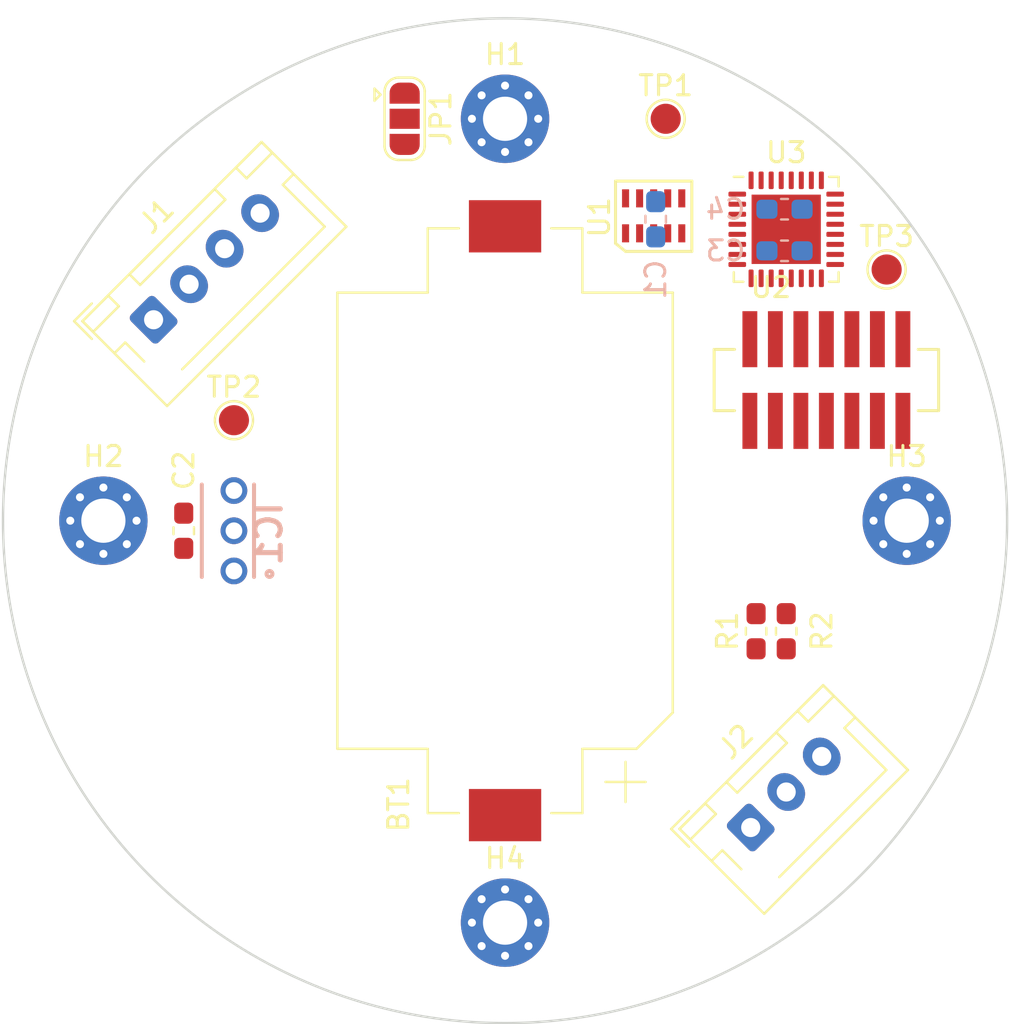
<source format=kicad_pcb>
(kicad_pcb (version 20171130) (host pcbnew 5.1.5)

  (general
    (thickness 1.6)
    (drawings 1)
    (tracks 0)
    (zones 0)
    (modules 21)
    (nets 42)
  )

  (page A4)
  (layers
    (0 F.Cu signal)
    (31 B.Cu signal)
    (32 B.Adhes user)
    (33 F.Adhes user)
    (34 B.Paste user)
    (35 F.Paste user)
    (36 B.SilkS user)
    (37 F.SilkS user)
    (38 B.Mask user)
    (39 F.Mask user)
    (40 Dwgs.User user)
    (41 Cmts.User user)
    (42 Eco1.User user)
    (43 Eco2.User user)
    (44 Edge.Cuts user)
    (45 Margin user)
    (46 B.CrtYd user)
    (47 F.CrtYd user)
    (48 B.Fab user)
    (49 F.Fab user)
  )

  (setup
    (last_trace_width 0.25)
    (trace_clearance 0.2)
    (zone_clearance 0.508)
    (zone_45_only no)
    (trace_min 0.1524)
    (via_size 0.8)
    (via_drill 0.4)
    (via_min_size 0.508)
    (via_min_drill 0.254)
    (uvia_size 0.3)
    (uvia_drill 0.1)
    (uvias_allowed no)
    (uvia_min_size 0.2)
    (uvia_min_drill 0.1)
    (edge_width 0.05)
    (segment_width 0.2)
    (pcb_text_width 0.3)
    (pcb_text_size 1.5 1.5)
    (mod_edge_width 0.12)
    (mod_text_size 1 1)
    (mod_text_width 0.15)
    (pad_size 1.524 1.524)
    (pad_drill 0.762)
    (pad_to_mask_clearance 0.051)
    (solder_mask_min_width 0.25)
    (aux_axis_origin 0 0)
    (grid_origin 74.54 465.22)
    (visible_elements FFFFFF7F)
    (pcbplotparams
      (layerselection 0x010fc_ffffffff)
      (usegerberextensions false)
      (usegerberattributes false)
      (usegerberadvancedattributes false)
      (creategerberjobfile false)
      (excludeedgelayer true)
      (linewidth 0.100000)
      (plotframeref false)
      (viasonmask false)
      (mode 1)
      (useauxorigin false)
      (hpglpennumber 1)
      (hpglpenspeed 20)
      (hpglpendiameter 15.000000)
      (psnegative false)
      (psa4output false)
      (plotreference true)
      (plotvalue true)
      (plotinvisibletext false)
      (padsonsilk false)
      (subtractmaskfromsilk false)
      (outputformat 1)
      (mirror false)
      (drillshape 1)
      (scaleselection 1)
      (outputdirectory ""))
  )

  (net 0 "")
  (net 1 VCC)
  (net 2 GND)
  (net 3 /oscillator)
  (net 4 /NRST)
  (net 5 /tsl237_freq)
  (net 6 /TX)
  (net 7 /RX)
  (net 8 /sensor_pwr)
  (net 9 /CLKOUT)
  (net 10 /SWDIO)
  (net 11 /SWDCLK)
  (net 12 /SWO)
  (net 13 "Net-(U2-Pad1)")
  (net 14 "Net-(U2-Pad2)")
  (net 15 "Net-(U2-Pad9)")
  (net 16 "Net-(U2-Pad10)")
  (net 17 "Net-(BT1-Pad1)")
  (net 18 "Net-(J1-Pad3)")
  (net 19 "Net-(J1-Pad2)")
  (net 20 "Net-(J1-Pad1)")
  (net 21 "Net-(J2-Pad3)")
  (net 22 "Net-(J2-Pad2)")
  (net 23 VDD)
  (net 24 "Net-(U1-Pad6)")
  (net 25 "Net-(U1-Pad10)")
  (net 26 "Net-(U3-Pad3)")
  (net 27 "Net-(U3-Pad7)")
  (net 28 "Net-(U3-Pad11)")
  (net 29 "Net-(U3-Pad12)")
  (net 30 "Net-(U3-Pad13)")
  (net 31 "Net-(U3-Pad14)")
  (net 32 "Net-(U3-Pad15)")
  (net 33 "Net-(U3-Pad19)")
  (net 34 "Net-(U3-Pad20)")
  (net 35 "Net-(U3-Pad21)")
  (net 36 "Net-(U3-Pad22)")
  (net 37 "Net-(U3-Pad25)")
  (net 38 "Net-(U3-Pad27)")
  (net 39 "Net-(U3-Pad28)")
  (net 40 "Net-(U3-Pad29)")
  (net 41 "Net-(U3-Pad30)")

  (net_class Default "This is the default net class."
    (clearance 0.2)
    (trace_width 0.25)
    (via_dia 0.8)
    (via_drill 0.4)
    (uvia_dia 0.3)
    (uvia_drill 0.1)
    (add_net /CLKOUT)
    (add_net /NRST)
    (add_net /RX)
    (add_net /SWDCLK)
    (add_net /SWDIO)
    (add_net /SWO)
    (add_net /TX)
    (add_net /oscillator)
    (add_net /sensor_pwr)
    (add_net /tsl237_freq)
    (add_net GND)
    (add_net "Net-(BT1-Pad1)")
    (add_net "Net-(J1-Pad1)")
    (add_net "Net-(J1-Pad2)")
    (add_net "Net-(J1-Pad3)")
    (add_net "Net-(J2-Pad2)")
    (add_net "Net-(J2-Pad3)")
    (add_net "Net-(U1-Pad10)")
    (add_net "Net-(U1-Pad6)")
    (add_net "Net-(U2-Pad1)")
    (add_net "Net-(U2-Pad10)")
    (add_net "Net-(U2-Pad2)")
    (add_net "Net-(U2-Pad9)")
    (add_net "Net-(U3-Pad11)")
    (add_net "Net-(U3-Pad12)")
    (add_net "Net-(U3-Pad13)")
    (add_net "Net-(U3-Pad14)")
    (add_net "Net-(U3-Pad15)")
    (add_net "Net-(U3-Pad19)")
    (add_net "Net-(U3-Pad20)")
    (add_net "Net-(U3-Pad21)")
    (add_net "Net-(U3-Pad22)")
    (add_net "Net-(U3-Pad25)")
    (add_net "Net-(U3-Pad27)")
    (add_net "Net-(U3-Pad28)")
    (add_net "Net-(U3-Pad29)")
    (add_net "Net-(U3-Pad3)")
    (add_net "Net-(U3-Pad30)")
    (add_net "Net-(U3-Pad7)")
    (add_net VCC)
    (add_net VDD)
  )

  (module e314_parts:TG-3541CE (layer F.Cu) (tedit 5D8111C4) (tstamp 5E8F89E8)
    (at 78.54 448.22 90)
    (path /5E86301E)
    (fp_text reference U1 (at -1.9 0.7 90) (layer F.SilkS)
      (effects (font (size 1 1) (thickness 0.15)))
    )
    (fp_text value TG-3541CE (at 0.2 -0.8 90) (layer F.Fab)
      (effects (font (size 1 1) (thickness 0.15)))
    )
    (fp_line (start -3.6 5.3) (end -3.6 2) (layer F.SilkS) (width 0.15))
    (fp_line (start -0.1 5.3) (end -3.6 5.3) (layer F.SilkS) (width 0.15))
    (fp_line (start -0.1 1.5) (end -0.1 5.3) (layer F.SilkS) (width 0.15))
    (fp_line (start -3.2 1.5) (end -0.1 1.5) (layer F.SilkS) (width 0.15))
    (fp_line (start -3.6 2) (end -3.2 1.5) (layer F.SilkS) (width 0.15))
    (pad 6 smd rect (at -0.96 4.8 90) (size 0.9 0.35) (layers F.Cu F.Paste F.Mask)
      (net 24 "Net-(U1-Pad6)"))
    (pad 5 smd rect (at -2.7 4.8 90) (size 0.9 0.35) (layers F.Cu F.Paste F.Mask)
      (net 2 GND))
    (pad 7 smd rect (at -0.96 4.1 90) (size 0.9 0.35) (layers F.Cu F.Paste F.Mask)
      (net 2 GND))
    (pad 4 smd rect (at -2.7 4.1 90) (size 0.9 0.35) (layers F.Cu F.Paste F.Mask)
      (net 3 /oscillator))
    (pad 8 smd rect (at -0.96 3.4 90) (size 0.9 0.35) (layers F.Cu F.Paste F.Mask)
      (net 2 GND))
    (pad 3 smd rect (at -2.7 3.4 90) (size 0.9 0.35) (layers F.Cu F.Paste F.Mask)
      (net 23 VDD))
    (pad 9 smd rect (at -0.96 2.7 90) (size 0.9 0.35) (layers F.Cu F.Paste F.Mask)
      (net 2 GND))
    (pad 2 smd rect (at -2.7 2.7 90) (size 0.9 0.35) (layers F.Cu F.Paste F.Mask)
      (net 23 VDD))
    (pad 10 smd rect (at -0.96 2 90) (size 0.9 0.35) (layers F.Cu F.Paste F.Mask)
      (net 25 "Net-(U1-Pad10)"))
    (pad 1 smd rect (at -2.7 2 90) (size 0.9 0.35) (layers F.Cu F.Paste F.Mask)
      (net 23 VDD))
  )

  (module TestPoint:TestPoint_Pad_D1.5mm (layer F.Cu) (tedit 5A0F774F) (tstamp 5E8F8D85)
    (at 93.54 452.72)
    (descr "SMD pad as test Point, diameter 1.5mm")
    (tags "test point SMD pad")
    (path /5E82CCF8)
    (attr virtual)
    (fp_text reference TP3 (at 0 -1.648) (layer F.SilkS)
      (effects (font (size 1 1) (thickness 0.15)))
    )
    (fp_text value TestPoint (at 0 1.75) (layer F.Fab)
      (effects (font (size 1 1) (thickness 0.15)))
    )
    (fp_circle (center 0 0) (end 0 0.95) (layer F.SilkS) (width 0.12))
    (fp_circle (center 0 0) (end 1.25 0) (layer F.CrtYd) (width 0.05))
    (fp_text user %R (at 0 -1.65) (layer F.Fab)
      (effects (font (size 1 1) (thickness 0.15)))
    )
    (pad 1 smd circle (at 0 0) (size 1.5 1.5) (layers F.Cu F.Mask)
      (net 9 /CLKOUT))
  )

  (module TestPoint:TestPoint_Pad_D1.5mm (layer F.Cu) (tedit 5A0F774F) (tstamp 5E8F8D70)
    (at 61.04 460.22)
    (descr "SMD pad as test Point, diameter 1.5mm")
    (tags "test point SMD pad")
    (path /5E8D6CDF)
    (attr virtual)
    (fp_text reference TP2 (at 0 -1.648) (layer F.SilkS)
      (effects (font (size 1 1) (thickness 0.15)))
    )
    (fp_text value TestPoint (at 0 1.75) (layer F.Fab)
      (effects (font (size 1 1) (thickness 0.15)))
    )
    (fp_circle (center 0 0) (end 0 0.95) (layer F.SilkS) (width 0.12))
    (fp_circle (center 0 0) (end 1.25 0) (layer F.CrtYd) (width 0.05))
    (fp_text user %R (at 0 -1.65) (layer F.Fab)
      (effects (font (size 1 1) (thickness 0.15)))
    )
    (pad 1 smd circle (at 0 0) (size 1.5 1.5) (layers F.Cu F.Mask)
      (net 5 /tsl237_freq))
  )

  (module TestPoint:TestPoint_Pad_D1.5mm (layer F.Cu) (tedit 5A0F774F) (tstamp 5E8F8D9A)
    (at 82.54 445.22)
    (descr "SMD pad as test Point, diameter 1.5mm")
    (tags "test point SMD pad")
    (path /5E8698B9)
    (attr virtual)
    (fp_text reference TP1 (at 0 -1.648) (layer F.SilkS)
      (effects (font (size 1 1) (thickness 0.15)))
    )
    (fp_text value TestPoint (at 0 1.75) (layer F.Fab)
      (effects (font (size 1 1) (thickness 0.15)))
    )
    (fp_circle (center 0 0) (end 0 0.95) (layer F.SilkS) (width 0.12))
    (fp_circle (center 0 0) (end 1.25 0) (layer F.CrtYd) (width 0.05))
    (fp_text user %R (at 0 -1.65) (layer F.Fab)
      (effects (font (size 1 1) (thickness 0.15)))
    )
    (pad 1 smd circle (at 0 0) (size 1.5 1.5) (layers F.Cu F.Mask)
      (net 3 /oscillator))
  )

  (module Resistor_SMD:R_0603_1608Metric_Pad1.05x0.95mm_HandSolder (layer F.Cu) (tedit 5B301BBD) (tstamp 5E8F8B18)
    (at 88.54 470.72 90)
    (descr "Resistor SMD 0603 (1608 Metric), square (rectangular) end terminal, IPC_7351 nominal with elongated pad for handsoldering. (Body size source: http://www.tortai-tech.com/upload/download/2011102023233369053.pdf), generated with kicad-footprint-generator")
    (tags "resistor handsolder")
    (path /5E8527B8)
    (attr smd)
    (fp_text reference R2 (at 0 1.770467 90) (layer F.SilkS)
      (effects (font (size 1 1) (thickness 0.15)))
    )
    (fp_text value 200 (at 3.3 -0.229533 90) (layer F.Fab)
      (effects (font (size 1 1) (thickness 0.15)))
    )
    (fp_text user %R (at 0 0 90) (layer F.Fab)
      (effects (font (size 0.4 0.4) (thickness 0.06)))
    )
    (fp_line (start 1.65 0.73) (end -1.65 0.73) (layer F.CrtYd) (width 0.05))
    (fp_line (start 1.65 -0.73) (end 1.65 0.73) (layer F.CrtYd) (width 0.05))
    (fp_line (start -1.65 -0.73) (end 1.65 -0.73) (layer F.CrtYd) (width 0.05))
    (fp_line (start -1.65 0.73) (end -1.65 -0.73) (layer F.CrtYd) (width 0.05))
    (fp_line (start -0.171267 0.51) (end 0.171267 0.51) (layer F.SilkS) (width 0.12))
    (fp_line (start -0.171267 -0.51) (end 0.171267 -0.51) (layer F.SilkS) (width 0.12))
    (fp_line (start 0.8 0.4) (end -0.8 0.4) (layer F.Fab) (width 0.1))
    (fp_line (start 0.8 -0.4) (end 0.8 0.4) (layer F.Fab) (width 0.1))
    (fp_line (start -0.8 -0.4) (end 0.8 -0.4) (layer F.Fab) (width 0.1))
    (fp_line (start -0.8 0.4) (end -0.8 -0.4) (layer F.Fab) (width 0.1))
    (pad 2 smd roundrect (at 0.875 0 90) (size 1.05 0.95) (layers F.Cu F.Paste F.Mask) (roundrect_rratio 0.25)
      (net 22 "Net-(J2-Pad2)"))
    (pad 1 smd roundrect (at -0.875 0 90) (size 1.05 0.95) (layers F.Cu F.Paste F.Mask) (roundrect_rratio 0.25)
      (net 7 /RX))
    (model ${KISYS3DMOD}/Resistor_SMD.3dshapes/R_0603_1608Metric.wrl
      (at (xyz 0 0 0))
      (scale (xyz 1 1 1))
      (rotate (xyz 0 0 0))
    )
  )

  (module Resistor_SMD:R_0603_1608Metric_Pad1.05x0.95mm_HandSolder (layer F.Cu) (tedit 5B301BBD) (tstamp 5E8F8C4D)
    (at 87.04 470.72 90)
    (descr "Resistor SMD 0603 (1608 Metric), square (rectangular) end terminal, IPC_7351 nominal with elongated pad for handsoldering. (Body size source: http://www.tortai-tech.com/upload/download/2011102023233369053.pdf), generated with kicad-footprint-generator")
    (tags "resistor handsolder")
    (path /5E851D02)
    (attr smd)
    (fp_text reference R1 (at 0 -1.43 90) (layer F.SilkS)
      (effects (font (size 1 1) (thickness 0.15)))
    )
    (fp_text value 200 (at 3.375 0 90) (layer F.Fab)
      (effects (font (size 1 1) (thickness 0.15)))
    )
    (fp_text user %R (at 0 0 90) (layer F.Fab)
      (effects (font (size 0.4 0.4) (thickness 0.06)))
    )
    (fp_line (start 1.65 0.73) (end -1.65 0.73) (layer F.CrtYd) (width 0.05))
    (fp_line (start 1.65 -0.73) (end 1.65 0.73) (layer F.CrtYd) (width 0.05))
    (fp_line (start -1.65 -0.73) (end 1.65 -0.73) (layer F.CrtYd) (width 0.05))
    (fp_line (start -1.65 0.73) (end -1.65 -0.73) (layer F.CrtYd) (width 0.05))
    (fp_line (start -0.171267 0.51) (end 0.171267 0.51) (layer F.SilkS) (width 0.12))
    (fp_line (start -0.171267 -0.51) (end 0.171267 -0.51) (layer F.SilkS) (width 0.12))
    (fp_line (start 0.8 0.4) (end -0.8 0.4) (layer F.Fab) (width 0.1))
    (fp_line (start 0.8 -0.4) (end 0.8 0.4) (layer F.Fab) (width 0.1))
    (fp_line (start -0.8 -0.4) (end 0.8 -0.4) (layer F.Fab) (width 0.1))
    (fp_line (start -0.8 0.4) (end -0.8 -0.4) (layer F.Fab) (width 0.1))
    (pad 2 smd roundrect (at 0.875 0 90) (size 1.05 0.95) (layers F.Cu F.Paste F.Mask) (roundrect_rratio 0.25)
      (net 21 "Net-(J2-Pad3)"))
    (pad 1 smd roundrect (at -0.875 0 90) (size 1.05 0.95) (layers F.Cu F.Paste F.Mask) (roundrect_rratio 0.25)
      (net 6 /TX))
    (model ${KISYS3DMOD}/Resistor_SMD.3dshapes/R_0603_1608Metric.wrl
      (at (xyz 0 0 0))
      (scale (xyz 1 1 1))
      (rotate (xyz 0 0 0))
    )
  )

  (module Jumper:SolderJumper-3_P1.3mm_Open_RoundedPad1.0x1.5mm (layer F.Cu) (tedit 5B391EB7) (tstamp 5E8F95DB)
    (at 69.54 445.22 270)
    (descr "SMD Solder 3-pad Jumper, 1x1.5mm rounded Pads, 0.3mm gap, open")
    (tags "solder jumper open")
    (path /5E89CECA)
    (attr virtual)
    (fp_text reference JP1 (at 0 -1.8 90) (layer F.SilkS)
      (effects (font (size 1 1) (thickness 0.15)))
    )
    (fp_text value Jumper_3_Open (at 0 1.9 90) (layer F.Fab)
      (effects (font (size 1 1) (thickness 0.15)))
    )
    (fp_arc (start -1.35 -0.3) (end -1.35 -1) (angle -90) (layer F.SilkS) (width 0.12))
    (fp_arc (start -1.35 0.3) (end -2.05 0.3) (angle -90) (layer F.SilkS) (width 0.12))
    (fp_arc (start 1.35 0.3) (end 1.35 1) (angle -90) (layer F.SilkS) (width 0.12))
    (fp_arc (start 1.35 -0.3) (end 2.05 -0.3) (angle -90) (layer F.SilkS) (width 0.12))
    (fp_line (start 2.3 1.25) (end -2.3 1.25) (layer F.CrtYd) (width 0.05))
    (fp_line (start 2.3 1.25) (end 2.3 -1.25) (layer F.CrtYd) (width 0.05))
    (fp_line (start -2.3 -1.25) (end -2.3 1.25) (layer F.CrtYd) (width 0.05))
    (fp_line (start -2.3 -1.25) (end 2.3 -1.25) (layer F.CrtYd) (width 0.05))
    (fp_line (start -1.4 -1) (end 1.4 -1) (layer F.SilkS) (width 0.12))
    (fp_line (start 2.05 -0.3) (end 2.05 0.3) (layer F.SilkS) (width 0.12))
    (fp_line (start 1.4 1) (end -1.4 1) (layer F.SilkS) (width 0.12))
    (fp_line (start -2.05 0.3) (end -2.05 -0.3) (layer F.SilkS) (width 0.12))
    (fp_line (start -1.2 1.2) (end -1.5 1.5) (layer F.SilkS) (width 0.12))
    (fp_line (start -1.5 1.5) (end -0.9 1.5) (layer F.SilkS) (width 0.12))
    (fp_line (start -1.2 1.2) (end -0.9 1.5) (layer F.SilkS) (width 0.12))
    (pad 2 smd rect (at 0 0 270) (size 1 1.5) (layers F.Cu F.Mask)
      (net 23 VDD))
    (pad 3 smd custom (at 1.3 0 270) (size 1 0.5) (layers F.Cu F.Mask)
      (net 19 "Net-(J1-Pad2)") (zone_connect 2)
      (options (clearance outline) (anchor rect))
      (primitives
        (gr_circle (center 0 0.25) (end 0.5 0.25) (width 0))
        (gr_circle (center 0 -0.25) (end 0.5 -0.25) (width 0))
        (gr_poly (pts
           (xy -0.55 -0.75) (xy 0 -0.75) (xy 0 0.75) (xy -0.55 0.75)) (width 0))
      ))
    (pad 1 smd custom (at -1.3 0 270) (size 1 0.5) (layers F.Cu F.Mask)
      (net 17 "Net-(BT1-Pad1)") (zone_connect 2)
      (options (clearance outline) (anchor rect))
      (primitives
        (gr_circle (center 0 0.25) (end 0.5 0.25) (width 0))
        (gr_circle (center 0 -0.25) (end 0.5 -0.25) (width 0))
        (gr_poly (pts
           (xy 0.55 -0.75) (xy 0 -0.75) (xy 0 0.75) (xy 0.55 0.75)) (width 0))
      ))
  )

  (module Connector_JST:JST_XH_B3B-XH-AM_1x03_P2.50mm_Vertical (layer F.Cu) (tedit 5C28146E) (tstamp 5E8F8D15)
    (at 86.772233 480.487767 45)
    (descr "JST XH series connector, B3B-XH-AM, with boss (http://www.jst-mfg.com/product/pdf/eng/eXH.pdf), generated with kicad-footprint-generator")
    (tags "connector JST XH vertical boss")
    (path /5E84A133)
    (fp_text reference J2 (at 2.5 -3.55 45) (layer F.SilkS)
      (effects (font (size 1 1) (thickness 0.15)))
    )
    (fp_text value Conn_01x03 (at 2.5 4.6 45) (layer F.Fab)
      (effects (font (size 1 1) (thickness 0.15)))
    )
    (fp_text user %R (at 2.5 2.7 45) (layer F.Fab)
      (effects (font (size 1 1) (thickness 0.15)))
    )
    (fp_line (start -2.85 -2.75) (end -2.85 -1.5) (layer F.SilkS) (width 0.12))
    (fp_line (start -1.6 -2.75) (end -2.85 -2.75) (layer F.SilkS) (width 0.12))
    (fp_line (start 6.8 2.75) (end 2.5 2.75) (layer F.SilkS) (width 0.12))
    (fp_line (start 6.8 -0.2) (end 6.8 2.75) (layer F.SilkS) (width 0.12))
    (fp_line (start 7.55 -0.2) (end 6.8 -0.2) (layer F.SilkS) (width 0.12))
    (fp_line (start 2.5 2.75) (end -0.74 2.75) (layer F.SilkS) (width 0.12))
    (fp_line (start -1.8 -0.2) (end -1.8 1.14) (layer F.SilkS) (width 0.12))
    (fp_line (start -2.55 -0.2) (end -1.8 -0.2) (layer F.SilkS) (width 0.12))
    (fp_line (start 7.55 -2.45) (end 5.75 -2.45) (layer F.SilkS) (width 0.12))
    (fp_line (start 7.55 -1.7) (end 7.55 -2.45) (layer F.SilkS) (width 0.12))
    (fp_line (start 5.75 -1.7) (end 7.55 -1.7) (layer F.SilkS) (width 0.12))
    (fp_line (start 5.75 -2.45) (end 5.75 -1.7) (layer F.SilkS) (width 0.12))
    (fp_line (start -0.75 -2.45) (end -2.55 -2.45) (layer F.SilkS) (width 0.12))
    (fp_line (start -0.75 -1.7) (end -0.75 -2.45) (layer F.SilkS) (width 0.12))
    (fp_line (start -2.55 -1.7) (end -0.75 -1.7) (layer F.SilkS) (width 0.12))
    (fp_line (start -2.55 -2.45) (end -2.55 -1.7) (layer F.SilkS) (width 0.12))
    (fp_line (start 4.25 -2.45) (end 0.75 -2.45) (layer F.SilkS) (width 0.12))
    (fp_line (start 4.25 -1.7) (end 4.25 -2.45) (layer F.SilkS) (width 0.12))
    (fp_line (start 0.75 -1.7) (end 4.25 -1.7) (layer F.SilkS) (width 0.12))
    (fp_line (start 0.75 -2.45) (end 0.75 -1.7) (layer F.SilkS) (width 0.12))
    (fp_line (start 0 -1.35) (end 0.625 -2.35) (layer F.Fab) (width 0.1))
    (fp_line (start -0.625 -2.35) (end 0 -1.35) (layer F.Fab) (width 0.1))
    (fp_line (start 7.95 -2.85) (end -2.95 -2.85) (layer F.CrtYd) (width 0.05))
    (fp_line (start 7.95 3.9) (end 7.95 -2.85) (layer F.CrtYd) (width 0.05))
    (fp_line (start -2.95 3.9) (end 7.95 3.9) (layer F.CrtYd) (width 0.05))
    (fp_line (start -2.95 -2.85) (end -2.95 3.9) (layer F.CrtYd) (width 0.05))
    (fp_line (start 7.56 -2.46) (end -2.56 -2.46) (layer F.SilkS) (width 0.12))
    (fp_line (start 7.56 3.51) (end 7.56 -2.46) (layer F.SilkS) (width 0.12))
    (fp_line (start -2.56 3.51) (end 7.56 3.51) (layer F.SilkS) (width 0.12))
    (fp_line (start -2.56 -2.46) (end -2.56 3.51) (layer F.SilkS) (width 0.12))
    (fp_line (start 7.45 -2.35) (end -2.45 -2.35) (layer F.Fab) (width 0.1))
    (fp_line (start 7.45 3.4) (end 7.45 -2.35) (layer F.Fab) (width 0.1))
    (fp_line (start -2.45 3.4) (end 7.45 3.4) (layer F.Fab) (width 0.1))
    (fp_line (start -2.45 -2.35) (end -2.45 3.4) (layer F.Fab) (width 0.1))
    (pad "" np_thru_hole circle (at -1.6 2 45) (size 1.2 1.2) (drill 1.2) (layers *.Cu *.Mask))
    (pad 3 thru_hole oval (at 5 0 45) (size 1.7 1.95) (drill 0.95) (layers *.Cu *.Mask)
      (net 21 "Net-(J2-Pad3)"))
    (pad 2 thru_hole oval (at 2.5 0 45) (size 1.7 1.95) (drill 0.95) (layers *.Cu *.Mask)
      (net 22 "Net-(J2-Pad2)"))
    (pad 1 thru_hole roundrect (at 0 0 45) (size 1.7 1.95) (drill 0.95) (layers *.Cu *.Mask) (roundrect_rratio 0.147059)
      (net 2 GND))
    (model ${KISYS3DMOD}/Connector_JST.3dshapes/JST_XH_B3B-XH-AM_1x03_P2.50mm_Vertical.wrl
      (at (xyz 0 0 0))
      (scale (xyz 1 1 1))
      (rotate (xyz 0 0 0))
    )
  )

  (module Connector_JST:JST_XH_B4B-XH-AM_1x04_P2.50mm_Vertical (layer F.Cu) (tedit 5C28146E) (tstamp 5E8F8B63)
    (at 57.04 455.22 45)
    (descr "JST XH series connector, B4B-XH-AM, with boss (http://www.jst-mfg.com/product/pdf/eng/eXH.pdf), generated with kicad-footprint-generator")
    (tags "connector JST XH vertical boss")
    (path /5E89649A)
    (fp_text reference J1 (at 3.75 -3.55 45) (layer F.SilkS)
      (effects (font (size 1 1) (thickness 0.15)))
    )
    (fp_text value Conn_01x04_Male (at 3.75 4.6 45) (layer F.Fab)
      (effects (font (size 1 1) (thickness 0.15)))
    )
    (fp_text user %R (at 3.75 2.7 45) (layer F.Fab)
      (effects (font (size 1 1) (thickness 0.15)))
    )
    (fp_line (start -2.85 -2.75) (end -2.85 -1.5) (layer F.SilkS) (width 0.12))
    (fp_line (start -1.6 -2.75) (end -2.85 -2.75) (layer F.SilkS) (width 0.12))
    (fp_line (start 9.3 2.75) (end 3.75 2.75) (layer F.SilkS) (width 0.12))
    (fp_line (start 9.3 -0.2) (end 9.3 2.75) (layer F.SilkS) (width 0.12))
    (fp_line (start 10.05 -0.2) (end 9.3 -0.2) (layer F.SilkS) (width 0.12))
    (fp_line (start 3.75 2.75) (end -0.74 2.75) (layer F.SilkS) (width 0.12))
    (fp_line (start -1.8 -0.2) (end -1.8 1.14) (layer F.SilkS) (width 0.12))
    (fp_line (start -2.55 -0.2) (end -1.8 -0.2) (layer F.SilkS) (width 0.12))
    (fp_line (start 10.05 -2.45) (end 8.25 -2.45) (layer F.SilkS) (width 0.12))
    (fp_line (start 10.05 -1.7) (end 10.05 -2.45) (layer F.SilkS) (width 0.12))
    (fp_line (start 8.25 -1.7) (end 10.05 -1.7) (layer F.SilkS) (width 0.12))
    (fp_line (start 8.25 -2.45) (end 8.25 -1.7) (layer F.SilkS) (width 0.12))
    (fp_line (start -0.75 -2.45) (end -2.55 -2.45) (layer F.SilkS) (width 0.12))
    (fp_line (start -0.75 -1.7) (end -0.75 -2.45) (layer F.SilkS) (width 0.12))
    (fp_line (start -2.55 -1.7) (end -0.75 -1.7) (layer F.SilkS) (width 0.12))
    (fp_line (start -2.55 -2.45) (end -2.55 -1.7) (layer F.SilkS) (width 0.12))
    (fp_line (start 6.75 -2.45) (end 0.75 -2.45) (layer F.SilkS) (width 0.12))
    (fp_line (start 6.75 -1.7) (end 6.75 -2.45) (layer F.SilkS) (width 0.12))
    (fp_line (start 0.75 -1.7) (end 6.75 -1.7) (layer F.SilkS) (width 0.12))
    (fp_line (start 0.75 -2.45) (end 0.75 -1.7) (layer F.SilkS) (width 0.12))
    (fp_line (start 0 -1.35) (end 0.625 -2.35) (layer F.Fab) (width 0.1))
    (fp_line (start -0.625 -2.35) (end 0 -1.35) (layer F.Fab) (width 0.1))
    (fp_line (start 10.45 -2.85) (end -2.95 -2.85) (layer F.CrtYd) (width 0.05))
    (fp_line (start 10.45 3.9) (end 10.45 -2.85) (layer F.CrtYd) (width 0.05))
    (fp_line (start -2.95 3.9) (end 10.45 3.9) (layer F.CrtYd) (width 0.05))
    (fp_line (start -2.95 -2.85) (end -2.95 3.9) (layer F.CrtYd) (width 0.05))
    (fp_line (start 10.06 -2.46) (end -2.56 -2.46) (layer F.SilkS) (width 0.12))
    (fp_line (start 10.06 3.51) (end 10.06 -2.46) (layer F.SilkS) (width 0.12))
    (fp_line (start -2.56 3.51) (end 10.06 3.51) (layer F.SilkS) (width 0.12))
    (fp_line (start -2.56 -2.46) (end -2.56 3.51) (layer F.SilkS) (width 0.12))
    (fp_line (start 9.95 -2.35) (end -2.45 -2.35) (layer F.Fab) (width 0.1))
    (fp_line (start 9.95 3.4) (end 9.95 -2.35) (layer F.Fab) (width 0.1))
    (fp_line (start -2.45 3.4) (end 9.95 3.4) (layer F.Fab) (width 0.1))
    (fp_line (start -2.45 -2.35) (end -2.45 3.4) (layer F.Fab) (width 0.1))
    (pad "" np_thru_hole circle (at -1.6 2 45) (size 1.2 1.2) (drill 1.2) (layers *.Cu *.Mask))
    (pad 4 thru_hole oval (at 7.5 0 45) (size 1.7 1.95) (drill 0.95) (layers *.Cu *.Mask)
      (net 2 GND))
    (pad 3 thru_hole oval (at 5 0 45) (size 1.7 1.95) (drill 0.95) (layers *.Cu *.Mask)
      (net 18 "Net-(J1-Pad3)"))
    (pad 2 thru_hole oval (at 2.5 0 45) (size 1.7 1.95) (drill 0.95) (layers *.Cu *.Mask)
      (net 19 "Net-(J1-Pad2)"))
    (pad 1 thru_hole roundrect (at 0 0 45) (size 1.7 1.95) (drill 0.95) (layers *.Cu *.Mask) (roundrect_rratio 0.147059)
      (net 20 "Net-(J1-Pad1)"))
    (model ${KISYS3DMOD}/Connector_JST.3dshapes/JST_XH_B4B-XH-AM_1x04_P2.50mm_Vertical.wrl
      (at (xyz 0 0 0))
      (scale (xyz 1 1 1))
      (rotate (xyz 0 0 0))
    )
  )

  (module e314_parts:TSL237S-LF (layer B.Cu) (tedit 0) (tstamp 5E8F8C21)
    (at 61.04 465.72 90)
    (descr TSL237S-LF)
    (tags "Integrated Circuit")
    (path /5E8CC1D2)
    (fp_text reference IC1 (at -0.151 1.731 270) (layer B.SilkS)
      (effects (font (size 1.27 1.27) (thickness 0.254)) (justify mirror))
    )
    (fp_text value TSL237S-LF (at -0.151 1.731 270) (layer B.SilkS) hide
      (effects (font (size 1.27 1.27) (thickness 0.254)) (justify mirror))
    )
    (fp_circle (center -2.149 1.77) (end -2.149 1.72313) (layer B.SilkS) (width 0.2))
    (fp_line (start 2.3 -1.6) (end -2.3 -1.6) (layer B.SilkS) (width 0.2))
    (fp_line (start -2.3 1) (end 2.3 1) (layer B.SilkS) (width 0.2))
    (fp_line (start -2.3 -1.6) (end -2.3 1) (layer B.Fab) (width 0.2))
    (fp_line (start 2.3 -1.6) (end -2.3 -1.6) (layer B.Fab) (width 0.2))
    (fp_line (start 2.3 1) (end 2.3 -1.6) (layer B.Fab) (width 0.2))
    (fp_line (start -2.3 1) (end 2.3 1) (layer B.Fab) (width 0.2))
    (fp_text user %R (at -0.151 1.731 270) (layer B.Fab)
      (effects (font (size 1.27 1.27) (thickness 0.254)) (justify mirror))
    )
    (pad 3 thru_hole circle (at 2 0 90) (size 1.33 1.33) (drill 0.83) (layers *.Cu *.Mask)
      (net 5 /tsl237_freq))
    (pad 2 thru_hole circle (at 0 0 90) (size 1.33 1.33) (drill 0.83) (layers *.Cu *.Mask)
      (net 8 /sensor_pwr))
    (pad 1 thru_hole circle (at -2 0 90) (size 1.33 1.33) (drill 0.83) (layers *.Cu *.Mask)
      (net 2 GND))
  )

  (module MountingHole:MountingHole_2.2mm_M2_Pad_Via (layer F.Cu) (tedit 56DDB9C7) (tstamp 5E8F8BF5)
    (at 74.54 485.22)
    (descr "Mounting Hole 2.2mm, M2")
    (tags "mounting hole 2.2mm m2")
    (path /5E85D041)
    (attr virtual)
    (fp_text reference H4 (at 0 -3.2) (layer F.SilkS)
      (effects (font (size 1 1) (thickness 0.15)))
    )
    (fp_text value MountingHole (at 0 3.2) (layer F.Fab)
      (effects (font (size 1 1) (thickness 0.15)))
    )
    (fp_circle (center 0 0) (end 2.45 0) (layer F.CrtYd) (width 0.05))
    (fp_circle (center 0 0) (end 2.2 0) (layer Cmts.User) (width 0.15))
    (fp_text user %R (at 0.3 0) (layer F.Fab)
      (effects (font (size 1 1) (thickness 0.15)))
    )
    (pad 1 thru_hole circle (at 1.166726 -1.166726) (size 0.7 0.7) (drill 0.4) (layers *.Cu *.Mask))
    (pad 1 thru_hole circle (at 0 -1.65) (size 0.7 0.7) (drill 0.4) (layers *.Cu *.Mask))
    (pad 1 thru_hole circle (at -1.166726 -1.166726) (size 0.7 0.7) (drill 0.4) (layers *.Cu *.Mask))
    (pad 1 thru_hole circle (at -1.65 0) (size 0.7 0.7) (drill 0.4) (layers *.Cu *.Mask))
    (pad 1 thru_hole circle (at -1.166726 1.166726) (size 0.7 0.7) (drill 0.4) (layers *.Cu *.Mask))
    (pad 1 thru_hole circle (at 0 1.65) (size 0.7 0.7) (drill 0.4) (layers *.Cu *.Mask))
    (pad 1 thru_hole circle (at 1.166726 1.166726) (size 0.7 0.7) (drill 0.4) (layers *.Cu *.Mask))
    (pad 1 thru_hole circle (at 1.65 0) (size 0.7 0.7) (drill 0.4) (layers *.Cu *.Mask))
    (pad 1 thru_hole circle (at 0 0) (size 4.4 4.4) (drill 2.2) (layers *.Cu *.Mask))
  )

  (module MountingHole:MountingHole_2.2mm_M2_Pad_Via (layer F.Cu) (tedit 56DDB9C7) (tstamp 5E8F8A1B)
    (at 94.54 465.22)
    (descr "Mounting Hole 2.2mm, M2")
    (tags "mounting hole 2.2mm m2")
    (path /5E85D4E6)
    (attr virtual)
    (fp_text reference H3 (at 0 -3.2) (layer F.SilkS)
      (effects (font (size 1 1) (thickness 0.15)))
    )
    (fp_text value MountingHole (at 0 3.2) (layer F.Fab)
      (effects (font (size 1 1) (thickness 0.15)))
    )
    (fp_circle (center 0 0) (end 2.45 0) (layer F.CrtYd) (width 0.05))
    (fp_circle (center 0 0) (end 2.2 0) (layer Cmts.User) (width 0.15))
    (fp_text user %R (at 0.3 0) (layer F.Fab)
      (effects (font (size 1 1) (thickness 0.15)))
    )
    (pad 1 thru_hole circle (at 1.166726 -1.166726) (size 0.7 0.7) (drill 0.4) (layers *.Cu *.Mask))
    (pad 1 thru_hole circle (at 0 -1.65) (size 0.7 0.7) (drill 0.4) (layers *.Cu *.Mask))
    (pad 1 thru_hole circle (at -1.166726 -1.166726) (size 0.7 0.7) (drill 0.4) (layers *.Cu *.Mask))
    (pad 1 thru_hole circle (at -1.65 0) (size 0.7 0.7) (drill 0.4) (layers *.Cu *.Mask))
    (pad 1 thru_hole circle (at -1.166726 1.166726) (size 0.7 0.7) (drill 0.4) (layers *.Cu *.Mask))
    (pad 1 thru_hole circle (at 0 1.65) (size 0.7 0.7) (drill 0.4) (layers *.Cu *.Mask))
    (pad 1 thru_hole circle (at 1.166726 1.166726) (size 0.7 0.7) (drill 0.4) (layers *.Cu *.Mask))
    (pad 1 thru_hole circle (at 1.65 0) (size 0.7 0.7) (drill 0.4) (layers *.Cu *.Mask))
    (pad 1 thru_hole circle (at 0 0) (size 4.4 4.4) (drill 2.2) (layers *.Cu *.Mask))
  )

  (module MountingHole:MountingHole_2.2mm_M2_Pad_Via (layer F.Cu) (tedit 56DDB9C7) (tstamp 5E8F8BC8)
    (at 54.54 465.22)
    (descr "Mounting Hole 2.2mm, M2")
    (tags "mounting hole 2.2mm m2")
    (path /5E85C9CB)
    (attr virtual)
    (fp_text reference H2 (at 0 -3.2) (layer F.SilkS)
      (effects (font (size 1 1) (thickness 0.15)))
    )
    (fp_text value MountingHole (at 0 3.2) (layer F.Fab)
      (effects (font (size 1 1) (thickness 0.15)))
    )
    (fp_circle (center 0 0) (end 2.45 0) (layer F.CrtYd) (width 0.05))
    (fp_circle (center 0 0) (end 2.2 0) (layer Cmts.User) (width 0.15))
    (fp_text user %R (at 0.3 0) (layer F.Fab)
      (effects (font (size 1 1) (thickness 0.15)))
    )
    (pad 1 thru_hole circle (at 1.166726 -1.166726) (size 0.7 0.7) (drill 0.4) (layers *.Cu *.Mask))
    (pad 1 thru_hole circle (at 0 -1.65) (size 0.7 0.7) (drill 0.4) (layers *.Cu *.Mask))
    (pad 1 thru_hole circle (at -1.166726 -1.166726) (size 0.7 0.7) (drill 0.4) (layers *.Cu *.Mask))
    (pad 1 thru_hole circle (at -1.65 0) (size 0.7 0.7) (drill 0.4) (layers *.Cu *.Mask))
    (pad 1 thru_hole circle (at -1.166726 1.166726) (size 0.7 0.7) (drill 0.4) (layers *.Cu *.Mask))
    (pad 1 thru_hole circle (at 0 1.65) (size 0.7 0.7) (drill 0.4) (layers *.Cu *.Mask))
    (pad 1 thru_hole circle (at 1.166726 1.166726) (size 0.7 0.7) (drill 0.4) (layers *.Cu *.Mask))
    (pad 1 thru_hole circle (at 1.65 0) (size 0.7 0.7) (drill 0.4) (layers *.Cu *.Mask))
    (pad 1 thru_hole circle (at 0 0) (size 4.4 4.4) (drill 2.2) (layers *.Cu *.Mask))
  )

  (module MountingHole:MountingHole_2.2mm_M2_Pad_Via (layer F.Cu) (tedit 56DDB9C7) (tstamp 5E8F8DB7)
    (at 74.54 445.22)
    (descr "Mounting Hole 2.2mm, M2")
    (tags "mounting hole 2.2mm m2")
    (path /5E85D7F6)
    (attr virtual)
    (fp_text reference H1 (at 0 -3.2) (layer F.SilkS)
      (effects (font (size 1 1) (thickness 0.15)))
    )
    (fp_text value MountingHole (at 0 3.2) (layer F.Fab)
      (effects (font (size 1 1) (thickness 0.15)))
    )
    (fp_circle (center 0 0) (end 2.45 0) (layer F.CrtYd) (width 0.05))
    (fp_circle (center 0 0) (end 2.2 0) (layer Cmts.User) (width 0.15))
    (fp_text user %R (at 0.3 0) (layer F.Fab)
      (effects (font (size 1 1) (thickness 0.15)))
    )
    (pad 1 thru_hole circle (at 1.166726 -1.166726) (size 0.7 0.7) (drill 0.4) (layers *.Cu *.Mask))
    (pad 1 thru_hole circle (at 0 -1.65) (size 0.7 0.7) (drill 0.4) (layers *.Cu *.Mask))
    (pad 1 thru_hole circle (at -1.166726 -1.166726) (size 0.7 0.7) (drill 0.4) (layers *.Cu *.Mask))
    (pad 1 thru_hole circle (at -1.65 0) (size 0.7 0.7) (drill 0.4) (layers *.Cu *.Mask))
    (pad 1 thru_hole circle (at -1.166726 1.166726) (size 0.7 0.7) (drill 0.4) (layers *.Cu *.Mask))
    (pad 1 thru_hole circle (at 0 1.65) (size 0.7 0.7) (drill 0.4) (layers *.Cu *.Mask))
    (pad 1 thru_hole circle (at 1.166726 1.166726) (size 0.7 0.7) (drill 0.4) (layers *.Cu *.Mask))
    (pad 1 thru_hole circle (at 1.65 0) (size 0.7 0.7) (drill 0.4) (layers *.Cu *.Mask))
    (pad 1 thru_hole circle (at 0 0) (size 4.4 4.4) (drill 2.2) (layers *.Cu *.Mask))
  )

  (module Capacitor_SMD:C_0603_1608Metric_Pad1.05x0.95mm_HandSolder (layer F.Cu) (tedit 5B301BBE) (tstamp 5E8FB6B9)
    (at 58.54 465.72 270)
    (descr "Capacitor SMD 0603 (1608 Metric), square (rectangular) end terminal, IPC_7351 nominal with elongated pad for handsoldering. (Body size source: http://www.tortai-tech.com/upload/download/2011102023233369053.pdf), generated with kicad-footprint-generator")
    (tags "capacitor handsolder")
    (path /5E8D5149)
    (attr smd)
    (fp_text reference C2 (at -3 0 270) (layer F.SilkS)
      (effects (font (size 1 1) (thickness 0.15)))
    )
    (fp_text value 1uF (at 0 -1.5 270) (layer F.Fab)
      (effects (font (size 1 1) (thickness 0.15)))
    )
    (fp_text user %R (at 0 0 270) (layer F.Fab)
      (effects (font (size 0.4 0.4) (thickness 0.06)))
    )
    (fp_line (start 1.65 0.73) (end -1.65 0.73) (layer F.CrtYd) (width 0.05))
    (fp_line (start 1.65 -0.73) (end 1.65 0.73) (layer F.CrtYd) (width 0.05))
    (fp_line (start -1.65 -0.73) (end 1.65 -0.73) (layer F.CrtYd) (width 0.05))
    (fp_line (start -1.65 0.73) (end -1.65 -0.73) (layer F.CrtYd) (width 0.05))
    (fp_line (start -0.171267 0.51) (end 0.171267 0.51) (layer F.SilkS) (width 0.12))
    (fp_line (start -0.171267 -0.51) (end 0.171267 -0.51) (layer F.SilkS) (width 0.12))
    (fp_line (start 0.8 0.4) (end -0.8 0.4) (layer F.Fab) (width 0.1))
    (fp_line (start 0.8 -0.4) (end 0.8 0.4) (layer F.Fab) (width 0.1))
    (fp_line (start -0.8 -0.4) (end 0.8 -0.4) (layer F.Fab) (width 0.1))
    (fp_line (start -0.8 0.4) (end -0.8 -0.4) (layer F.Fab) (width 0.1))
    (pad 2 smd roundrect (at 0.875 0 270) (size 1.05 0.95) (layers F.Cu F.Paste F.Mask) (roundrect_rratio 0.25)
      (net 2 GND))
    (pad 1 smd roundrect (at -0.875 0 270) (size 1.05 0.95) (layers F.Cu F.Paste F.Mask) (roundrect_rratio 0.25)
      (net 1 VCC))
    (model ${KISYS3DMOD}/Capacitor_SMD.3dshapes/C_0603_1608Metric.wrl
      (at (xyz 0 0 0))
      (scale (xyz 1 1 1))
      (rotate (xyz 0 0 0))
    )
  )

  (module Capacitor_SMD:C_0603_1608Metric_Pad1.05x0.95mm_HandSolder (layer B.Cu) (tedit 5B301BBE) (tstamp 5E8FB784)
    (at 82.04 450.22 90)
    (descr "Capacitor SMD 0603 (1608 Metric), square (rectangular) end terminal, IPC_7351 nominal with elongated pad for handsoldering. (Body size source: http://www.tortai-tech.com/upload/download/2011102023233369053.pdf), generated with kicad-footprint-generator")
    (tags "capacitor handsolder")
    (path /5E87DA6C)
    (attr smd)
    (fp_text reference C1 (at -3 0 90) (layer B.SilkS)
      (effects (font (size 1 1) (thickness 0.15)) (justify mirror))
    )
    (fp_text value 0.1uF (at 0 -1.43 90) (layer B.Fab)
      (effects (font (size 1 1) (thickness 0.15)) (justify mirror))
    )
    (fp_text user %R (at 0 0 90) (layer B.Fab)
      (effects (font (size 0.4 0.4) (thickness 0.06)) (justify mirror))
    )
    (fp_line (start 1.65 -0.73) (end -1.65 -0.73) (layer B.CrtYd) (width 0.05))
    (fp_line (start 1.65 0.73) (end 1.65 -0.73) (layer B.CrtYd) (width 0.05))
    (fp_line (start -1.65 0.73) (end 1.65 0.73) (layer B.CrtYd) (width 0.05))
    (fp_line (start -1.65 -0.73) (end -1.65 0.73) (layer B.CrtYd) (width 0.05))
    (fp_line (start -0.171267 -0.51) (end 0.171267 -0.51) (layer B.SilkS) (width 0.12))
    (fp_line (start -0.171267 0.51) (end 0.171267 0.51) (layer B.SilkS) (width 0.12))
    (fp_line (start 0.8 -0.4) (end -0.8 -0.4) (layer B.Fab) (width 0.1))
    (fp_line (start 0.8 0.4) (end 0.8 -0.4) (layer B.Fab) (width 0.1))
    (fp_line (start -0.8 0.4) (end 0.8 0.4) (layer B.Fab) (width 0.1))
    (fp_line (start -0.8 -0.4) (end -0.8 0.4) (layer B.Fab) (width 0.1))
    (pad 2 smd roundrect (at 0.875 0 90) (size 1.05 0.95) (layers B.Cu B.Paste B.Mask) (roundrect_rratio 0.25)
      (net 2 GND))
    (pad 1 smd roundrect (at -0.875 0 90) (size 1.05 0.95) (layers B.Cu B.Paste B.Mask) (roundrect_rratio 0.25)
      (net 1 VCC))
    (model ${KISYS3DMOD}/Capacitor_SMD.3dshapes/C_0603_1608Metric.wrl
      (at (xyz 0 0 0))
      (scale (xyz 1 1 1))
      (rotate (xyz 0 0 0))
    )
  )

  (module Battery:BatteryHolder_Keystone_1060_1x2032 (layer F.Cu) (tedit 5B98EF5E) (tstamp 5E8FB1B8)
    (at 74.54 465.22 90)
    (descr http://www.keyelco.com/product-pdf.cfm?p=726)
    (tags "CR2032 BR2032 BatteryHolder Battery")
    (path /5E8A43C8)
    (attr smd)
    (fp_text reference BT1 (at -14.125 -5.3 90) (layer F.SilkS)
      (effects (font (size 1 1) (thickness 0.15)))
    )
    (fp_text value Battery_Cell (at 0 -11.75 90) (layer F.Fab)
      (effects (font (size 1 1) (thickness 0.15)))
    )
    (fp_line (start -12 6) (end -14 6) (layer F.SilkS) (width 0.12))
    (fp_line (start -13 5) (end -13 7) (layer F.SilkS) (width 0.12))
    (fp_text user %R (at 0 0 90) (layer F.Fab)
      (effects (font (size 1 1) (thickness 0.15)))
    )
    (fp_line (start 11.5 -8.5) (end 6.5 -8.5) (layer F.CrtYd) (width 0.05))
    (fp_arc (start 0 0) (end 6.5 -8.5) (angle -74.81070976) (layer F.CrtYd) (width 0.05))
    (fp_line (start 11.5 4) (end 11.5 8.5) (layer F.CrtYd) (width 0.05))
    (fp_line (start 14.7 4) (end 11.5 4) (layer F.CrtYd) (width 0.05))
    (fp_line (start 14.7 2.3) (end 14.7 4) (layer F.CrtYd) (width 0.05))
    (fp_line (start 16.45 2.3) (end 14.7 2.3) (layer F.CrtYd) (width 0.05))
    (fp_line (start 16.45 -2.3) (end 16.45 2.3) (layer F.CrtYd) (width 0.05))
    (fp_line (start 14.7 -2.3) (end 16.45 -2.3) (layer F.CrtYd) (width 0.05))
    (fp_line (start 14.7 -4) (end 14.7 -2.3) (layer F.CrtYd) (width 0.05))
    (fp_line (start 11.5 -4) (end 14.7 -4) (layer F.CrtYd) (width 0.05))
    (fp_line (start 11.5 -8.5) (end 11.5 -4) (layer F.CrtYd) (width 0.05))
    (fp_line (start -11.5 -8.5) (end -6.5 -8.5) (layer F.CrtYd) (width 0.05))
    (fp_line (start -11.5 -4) (end -11.5 -8.5) (layer F.CrtYd) (width 0.05))
    (fp_line (start -14.7 -4) (end -11.5 -4) (layer F.CrtYd) (width 0.05))
    (fp_line (start -14.7 -2.3) (end -14.7 -4) (layer F.CrtYd) (width 0.05))
    (fp_line (start -14.7 -2.3) (end -16.45 -2.3) (layer F.CrtYd) (width 0.05))
    (fp_line (start -16.45 2.3) (end -16.45 -2.3) (layer F.CrtYd) (width 0.05))
    (fp_line (start -14.7 2.3) (end -16.45 2.3) (layer F.CrtYd) (width 0.05))
    (fp_line (start -14.7 4) (end -14.7 2.3) (layer F.CrtYd) (width 0.05))
    (fp_line (start -14.7 4) (end -11.5 4) (layer F.CrtYd) (width 0.05))
    (fp_line (start -11.5 4) (end -11.5 8.5) (layer F.CrtYd) (width 0.05))
    (fp_line (start -6.5 8.5) (end -11.5 8.5) (layer F.CrtYd) (width 0.05))
    (fp_line (start 11.5 8.5) (end 6.5 8.5) (layer F.CrtYd) (width 0.05))
    (fp_arc (start 0 0) (end -6.5 8.5) (angle -74.81070976) (layer F.CrtYd) (width 0.05))
    (fp_line (start 11.35 -8.35) (end 11.35 -3.85) (layer F.SilkS) (width 0.12))
    (fp_line (start -11.35 -8.35) (end -11.35 -3.85) (layer F.SilkS) (width 0.12))
    (fp_line (start -11.35 -8.35) (end 11.35 -8.35) (layer F.SilkS) (width 0.12))
    (fp_line (start 14.55 -3.85) (end 14.55 -2.3) (layer F.SilkS) (width 0.12))
    (fp_line (start 11.35 -3.85) (end 14.55 -3.85) (layer F.SilkS) (width 0.12))
    (fp_line (start -14.55 -3.85) (end -14.55 -2.3) (layer F.SilkS) (width 0.12))
    (fp_line (start -11.35 -3.85) (end -14.55 -3.85) (layer F.SilkS) (width 0.12))
    (fp_line (start -14.55 3.85) (end -14.55 2.3) (layer F.SilkS) (width 0.12))
    (fp_line (start -11.35 3.85) (end -14.55 3.85) (layer F.SilkS) (width 0.12))
    (fp_line (start -9.55 8.35) (end -11.35 6.55) (layer F.SilkS) (width 0.12))
    (fp_line (start -11.35 6.55) (end -11.35 3.85) (layer F.SilkS) (width 0.12))
    (fp_line (start 11.35 8.35) (end -9.55 8.35) (layer F.SilkS) (width 0.12))
    (fp_line (start 11.35 8.35) (end 11.35 3.85) (layer F.SilkS) (width 0.12))
    (fp_line (start 14.55 3.85) (end 14.55 2.3) (layer F.SilkS) (width 0.12))
    (fp_line (start 11.35 3.85) (end 14.55 3.85) (layer F.SilkS) (width 0.12))
    (fp_line (start -9.4 8) (end -11 6.4) (layer F.Fab) (width 0.1))
    (fp_line (start 14.2 -3.5) (end 11 -3.5) (layer F.Fab) (width 0.1))
    (fp_line (start 14.2 3.5) (end 14.2 -3.5) (layer F.Fab) (width 0.1))
    (fp_line (start 11 3.5) (end 14.2 3.5) (layer F.Fab) (width 0.1))
    (fp_line (start -14.2 -3.5) (end -11 -3.5) (layer F.Fab) (width 0.1))
    (fp_line (start -14.2 3.5) (end -14.2 -3.5) (layer F.Fab) (width 0.1))
    (fp_line (start -11 3.5) (end -14.2 3.5) (layer F.Fab) (width 0.1))
    (fp_line (start -11 6.4) (end -11 3.5) (layer F.Fab) (width 0.1))
    (fp_line (start -11 -8) (end -11 -3.5) (layer F.Fab) (width 0.1))
    (fp_line (start 11 -8) (end 11 -3.5) (layer F.Fab) (width 0.1))
    (fp_line (start 11 8) (end 11 3.5) (layer F.Fab) (width 0.1))
    (fp_line (start 11 -8) (end -11 -8) (layer F.Fab) (width 0.1))
    (fp_line (start 11 8) (end -9.4 8) (layer F.Fab) (width 0.1))
    (fp_circle (center 0 0) (end -10.2 0) (layer Dwgs.User) (width 0.3))
    (pad 1 smd rect (at -14.65 0 270) (size 2.6 3.6) (layers F.Cu F.Paste F.Mask)
      (net 17 "Net-(BT1-Pad1)"))
    (pad 2 smd rect (at 14.65 0 270) (size 2.6 3.6) (layers F.Cu F.Paste F.Mask)
      (net 2 GND))
    (model ${KISYS3DMOD}/Battery.3dshapes/BatteryHolder_Keystone_1060_1x2032.wrl
      (at (xyz 0 0 0))
      (scale (xyz 1 1 1))
      (rotate (xyz 0 0 0))
    )
  )

  (module Capacitor_SMD:C_0603_1608Metric_Pad1.05x0.95mm_HandSolder (layer B.Cu) (tedit 5B301BBE) (tstamp 5E8F8A88)
    (at 88.455 451.79)
    (descr "Capacitor SMD 0603 (1608 Metric), square (rectangular) end terminal, IPC_7351 nominal with elongated pad for handsoldering. (Body size source: http://www.tortai-tech.com/upload/download/2011102023233369053.pdf), generated with kicad-footprint-generator")
    (tags "capacitor handsolder")
    (path /5E666610)
    (attr smd)
    (fp_text reference C3 (at -2.935 0) (layer B.SilkS)
      (effects (font (size 1 1) (thickness 0.15)) (justify mirror))
    )
    (fp_text value 0.1uF (at 0 1.43) (layer B.Fab)
      (effects (font (size 1 1) (thickness 0.15)) (justify mirror))
    )
    (fp_line (start -0.8 -0.4) (end -0.8 0.4) (layer B.Fab) (width 0.1))
    (fp_line (start -0.8 0.4) (end 0.8 0.4) (layer B.Fab) (width 0.1))
    (fp_line (start 0.8 0.4) (end 0.8 -0.4) (layer B.Fab) (width 0.1))
    (fp_line (start 0.8 -0.4) (end -0.8 -0.4) (layer B.Fab) (width 0.1))
    (fp_line (start -0.171267 0.51) (end 0.171267 0.51) (layer B.SilkS) (width 0.12))
    (fp_line (start -0.171267 -0.51) (end 0.171267 -0.51) (layer B.SilkS) (width 0.12))
    (fp_line (start -1.65 -0.73) (end -1.65 0.73) (layer B.CrtYd) (width 0.05))
    (fp_line (start -1.65 0.73) (end 1.65 0.73) (layer B.CrtYd) (width 0.05))
    (fp_line (start 1.65 0.73) (end 1.65 -0.73) (layer B.CrtYd) (width 0.05))
    (fp_line (start 1.65 -0.73) (end -1.65 -0.73) (layer B.CrtYd) (width 0.05))
    (fp_text user %R (at 0 0) (layer B.Fab)
      (effects (font (size 0.4 0.4) (thickness 0.06)) (justify mirror))
    )
    (pad 1 smd roundrect (at -0.875 0) (size 1.05 0.95) (layers B.Cu B.Paste B.Mask) (roundrect_rratio 0.25)
      (net 1 VCC))
    (pad 2 smd roundrect (at 0.875 0) (size 1.05 0.95) (layers B.Cu B.Paste B.Mask) (roundrect_rratio 0.25)
      (net 2 GND))
    (model ${KISYS3DMOD}/Capacitor_SMD.3dshapes/C_0603_1608Metric.wrl
      (at (xyz 0 0 0))
      (scale (xyz 1 1 1))
      (rotate (xyz 0 0 0))
    )
  )

  (module Capacitor_SMD:C_0603_1608Metric_Pad1.05x0.95mm_HandSolder (layer B.Cu) (tedit 5B301BBE) (tstamp 5E8F8AE8)
    (at 88.455 449.72)
    (descr "Capacitor SMD 0603 (1608 Metric), square (rectangular) end terminal, IPC_7351 nominal with elongated pad for handsoldering. (Body size source: http://www.tortai-tech.com/upload/download/2011102023233369053.pdf), generated with kicad-footprint-generator")
    (tags "capacitor handsolder")
    (path /5E6698E7)
    (attr smd)
    (fp_text reference C4 (at -2.935 0) (layer B.SilkS)
      (effects (font (size 1 1) (thickness 0.15)) (justify mirror))
    )
    (fp_text value 1uF (at 0 -1.43) (layer B.Fab)
      (effects (font (size 1 1) (thickness 0.15)) (justify mirror))
    )
    (fp_line (start -0.8 -0.4) (end -0.8 0.4) (layer B.Fab) (width 0.1))
    (fp_line (start -0.8 0.4) (end 0.8 0.4) (layer B.Fab) (width 0.1))
    (fp_line (start 0.8 0.4) (end 0.8 -0.4) (layer B.Fab) (width 0.1))
    (fp_line (start 0.8 -0.4) (end -0.8 -0.4) (layer B.Fab) (width 0.1))
    (fp_line (start -0.171267 0.51) (end 0.171267 0.51) (layer B.SilkS) (width 0.12))
    (fp_line (start -0.171267 -0.51) (end 0.171267 -0.51) (layer B.SilkS) (width 0.12))
    (fp_line (start -1.65 -0.73) (end -1.65 0.73) (layer B.CrtYd) (width 0.05))
    (fp_line (start -1.65 0.73) (end 1.65 0.73) (layer B.CrtYd) (width 0.05))
    (fp_line (start 1.65 0.73) (end 1.65 -0.73) (layer B.CrtYd) (width 0.05))
    (fp_line (start 1.65 -0.73) (end -1.65 -0.73) (layer B.CrtYd) (width 0.05))
    (fp_text user %R (at 0 0) (layer B.Fab)
      (effects (font (size 0.4 0.4) (thickness 0.06)) (justify mirror))
    )
    (pad 1 smd roundrect (at -0.875 0) (size 1.05 0.95) (layers B.Cu B.Paste B.Mask) (roundrect_rratio 0.25)
      (net 1 VCC))
    (pad 2 smd roundrect (at 0.875 0) (size 1.05 0.95) (layers B.Cu B.Paste B.Mask) (roundrect_rratio 0.25)
      (net 2 GND))
    (model ${KISYS3DMOD}/Capacitor_SMD.3dshapes/C_0603_1608Metric.wrl
      (at (xyz 0 0 0))
      (scale (xyz 1 1 1))
      (rotate (xyz 0 0 0))
    )
  )

  (module Package_DFN_QFN:QFN-32-1EP_5x5mm_P0.5mm_EP3.45x3.45mm (layer F.Cu) (tedit 5DC5F6A4) (tstamp 5E8F9A57)
    (at 88.54 450.72)
    (descr "QFN, 32 Pin (http://www.analog.com/media/en/package-pcb-resources/package/pkg_pdf/ltc-legacy-qfn/QFN_32_05-08-1693.pdf), generated with kicad-footprint-generator ipc_noLead_generator.py")
    (tags "QFN NoLead")
    (path /5E66D899)
    (attr smd)
    (fp_text reference U3 (at 0 -3.82) (layer F.SilkS)
      (effects (font (size 1 1) (thickness 0.15)))
    )
    (fp_text value STM32L432KCUx (at 0 5.08) (layer F.Fab)
      (effects (font (size 1 1) (thickness 0.15)))
    )
    (fp_line (start 2.135 -2.61) (end 2.61 -2.61) (layer F.SilkS) (width 0.12))
    (fp_line (start 2.61 -2.61) (end 2.61 -2.135) (layer F.SilkS) (width 0.12))
    (fp_line (start -2.135 2.61) (end -2.61 2.61) (layer F.SilkS) (width 0.12))
    (fp_line (start -2.61 2.61) (end -2.61 2.135) (layer F.SilkS) (width 0.12))
    (fp_line (start 2.135 2.61) (end 2.61 2.61) (layer F.SilkS) (width 0.12))
    (fp_line (start 2.61 2.61) (end 2.61 2.135) (layer F.SilkS) (width 0.12))
    (fp_line (start -2.135 -2.61) (end -2.61 -2.61) (layer F.SilkS) (width 0.12))
    (fp_line (start -1.5 -2.5) (end 2.5 -2.5) (layer F.Fab) (width 0.1))
    (fp_line (start 2.5 -2.5) (end 2.5 2.5) (layer F.Fab) (width 0.1))
    (fp_line (start 2.5 2.5) (end -2.5 2.5) (layer F.Fab) (width 0.1))
    (fp_line (start -2.5 2.5) (end -2.5 -1.5) (layer F.Fab) (width 0.1))
    (fp_line (start -2.5 -1.5) (end -1.5 -2.5) (layer F.Fab) (width 0.1))
    (fp_line (start -3.12 -3.12) (end -3.12 3.12) (layer F.CrtYd) (width 0.05))
    (fp_line (start -3.12 3.12) (end 3.12 3.12) (layer F.CrtYd) (width 0.05))
    (fp_line (start 3.12 3.12) (end 3.12 -3.12) (layer F.CrtYd) (width 0.05))
    (fp_line (start 3.12 -3.12) (end -3.12 -3.12) (layer F.CrtYd) (width 0.05))
    (fp_text user %R (at 0 0) (layer F.Fab)
      (effects (font (size 1 1) (thickness 0.15)))
    )
    (pad 1 smd roundrect (at -2.4375 -1.75) (size 0.875 0.25) (layers F.Cu F.Paste F.Mask) (roundrect_rratio 0.25)
      (net 1 VCC))
    (pad 2 smd roundrect (at -2.4375 -1.25) (size 0.875 0.25) (layers F.Cu F.Paste F.Mask) (roundrect_rratio 0.25)
      (net 3 /oscillator))
    (pad 3 smd roundrect (at -2.4375 -0.75) (size 0.875 0.25) (layers F.Cu F.Paste F.Mask) (roundrect_rratio 0.25)
      (net 26 "Net-(U3-Pad3)"))
    (pad 4 smd roundrect (at -2.4375 -0.25) (size 0.875 0.25) (layers F.Cu F.Paste F.Mask) (roundrect_rratio 0.25)
      (net 4 /NRST))
    (pad 5 smd roundrect (at -2.4375 0.25) (size 0.875 0.25) (layers F.Cu F.Paste F.Mask) (roundrect_rratio 0.25)
      (net 1 VCC))
    (pad 6 smd roundrect (at -2.4375 0.75) (size 0.875 0.25) (layers F.Cu F.Paste F.Mask) (roundrect_rratio 0.25)
      (net 5 /tsl237_freq))
    (pad 7 smd roundrect (at -2.4375 1.25) (size 0.875 0.25) (layers F.Cu F.Paste F.Mask) (roundrect_rratio 0.25)
      (net 27 "Net-(U3-Pad7)"))
    (pad 8 smd roundrect (at -2.4375 1.75) (size 0.875 0.25) (layers F.Cu F.Paste F.Mask) (roundrect_rratio 0.25)
      (net 6 /TX))
    (pad 9 smd roundrect (at -1.75 2.4375) (size 0.25 0.875) (layers F.Cu F.Paste F.Mask) (roundrect_rratio 0.25)
      (net 7 /RX))
    (pad 10 smd roundrect (at -1.25 2.4375) (size 0.25 0.875) (layers F.Cu F.Paste F.Mask) (roundrect_rratio 0.25)
      (net 8 /sensor_pwr))
    (pad 11 smd roundrect (at -0.75 2.4375) (size 0.25 0.875) (layers F.Cu F.Paste F.Mask) (roundrect_rratio 0.25)
      (net 28 "Net-(U3-Pad11)"))
    (pad 12 smd roundrect (at -0.25 2.4375) (size 0.25 0.875) (layers F.Cu F.Paste F.Mask) (roundrect_rratio 0.25)
      (net 29 "Net-(U3-Pad12)"))
    (pad 13 smd roundrect (at 0.25 2.4375) (size 0.25 0.875) (layers F.Cu F.Paste F.Mask) (roundrect_rratio 0.25)
      (net 30 "Net-(U3-Pad13)"))
    (pad 14 smd roundrect (at 0.75 2.4375) (size 0.25 0.875) (layers F.Cu F.Paste F.Mask) (roundrect_rratio 0.25)
      (net 31 "Net-(U3-Pad14)"))
    (pad 15 smd roundrect (at 1.25 2.4375) (size 0.25 0.875) (layers F.Cu F.Paste F.Mask) (roundrect_rratio 0.25)
      (net 32 "Net-(U3-Pad15)"))
    (pad 16 smd roundrect (at 1.75 2.4375) (size 0.25 0.875) (layers F.Cu F.Paste F.Mask) (roundrect_rratio 0.25)
      (net 2 GND))
    (pad 17 smd roundrect (at 2.4375 1.75) (size 0.875 0.25) (layers F.Cu F.Paste F.Mask) (roundrect_rratio 0.25)
      (net 1 VCC))
    (pad 18 smd roundrect (at 2.4375 1.25) (size 0.875 0.25) (layers F.Cu F.Paste F.Mask) (roundrect_rratio 0.25)
      (net 9 /CLKOUT))
    (pad 19 smd roundrect (at 2.4375 0.75) (size 0.875 0.25) (layers F.Cu F.Paste F.Mask) (roundrect_rratio 0.25)
      (net 33 "Net-(U3-Pad19)"))
    (pad 20 smd roundrect (at 2.4375 0.25) (size 0.875 0.25) (layers F.Cu F.Paste F.Mask) (roundrect_rratio 0.25)
      (net 34 "Net-(U3-Pad20)"))
    (pad 21 smd roundrect (at 2.4375 -0.25) (size 0.875 0.25) (layers F.Cu F.Paste F.Mask) (roundrect_rratio 0.25)
      (net 35 "Net-(U3-Pad21)"))
    (pad 22 smd roundrect (at 2.4375 -0.75) (size 0.875 0.25) (layers F.Cu F.Paste F.Mask) (roundrect_rratio 0.25)
      (net 36 "Net-(U3-Pad22)"))
    (pad 23 smd roundrect (at 2.4375 -1.25) (size 0.875 0.25) (layers F.Cu F.Paste F.Mask) (roundrect_rratio 0.25)
      (net 10 /SWDIO))
    (pad 24 smd roundrect (at 2.4375 -1.75) (size 0.875 0.25) (layers F.Cu F.Paste F.Mask) (roundrect_rratio 0.25)
      (net 11 /SWDCLK))
    (pad 25 smd roundrect (at 1.75 -2.4375) (size 0.25 0.875) (layers F.Cu F.Paste F.Mask) (roundrect_rratio 0.25)
      (net 37 "Net-(U3-Pad25)"))
    (pad 26 smd roundrect (at 1.25 -2.4375) (size 0.25 0.875) (layers F.Cu F.Paste F.Mask) (roundrect_rratio 0.25)
      (net 12 /SWO))
    (pad 27 smd roundrect (at 0.75 -2.4375) (size 0.25 0.875) (layers F.Cu F.Paste F.Mask) (roundrect_rratio 0.25)
      (net 38 "Net-(U3-Pad27)"))
    (pad 28 smd roundrect (at 0.25 -2.4375) (size 0.25 0.875) (layers F.Cu F.Paste F.Mask) (roundrect_rratio 0.25)
      (net 39 "Net-(U3-Pad28)"))
    (pad 29 smd roundrect (at -0.25 -2.4375) (size 0.25 0.875) (layers F.Cu F.Paste F.Mask) (roundrect_rratio 0.25)
      (net 40 "Net-(U3-Pad29)"))
    (pad 30 smd roundrect (at -0.75 -2.4375) (size 0.25 0.875) (layers F.Cu F.Paste F.Mask) (roundrect_rratio 0.25)
      (net 41 "Net-(U3-Pad30)"))
    (pad 31 smd roundrect (at -1.25 -2.4375) (size 0.25 0.875) (layers F.Cu F.Paste F.Mask) (roundrect_rratio 0.25)
      (net 2 GND))
    (pad 32 smd roundrect (at -1.75 -2.4375) (size 0.25 0.875) (layers F.Cu F.Paste F.Mask) (roundrect_rratio 0.25)
      (net 2 GND))
    (pad 33 smd rect (at 0 0) (size 3.45 3.45) (layers F.Cu F.Mask)
      (net 2 GND))
    (pad "" smd roundrect (at -1.15 -1.15) (size 0.93 0.93) (layers F.Paste) (roundrect_rratio 0.25))
    (pad "" smd roundrect (at -1.15 0) (size 0.93 0.93) (layers F.Paste) (roundrect_rratio 0.25))
    (pad "" smd roundrect (at -1.15 1.15) (size 0.93 0.93) (layers F.Paste) (roundrect_rratio 0.25))
    (pad "" smd roundrect (at 0 -1.15) (size 0.93 0.93) (layers F.Paste) (roundrect_rratio 0.25))
    (pad "" smd roundrect (at 0 0) (size 0.93 0.93) (layers F.Paste) (roundrect_rratio 0.25))
    (pad "" smd roundrect (at 0 1.15) (size 0.93 0.93) (layers F.Paste) (roundrect_rratio 0.25))
    (pad "" smd roundrect (at 1.15 -1.15) (size 0.93 0.93) (layers F.Paste) (roundrect_rratio 0.25))
    (pad "" smd roundrect (at 1.15 0) (size 0.93 0.93) (layers F.Paste) (roundrect_rratio 0.25))
    (pad "" smd roundrect (at 1.15 1.15) (size 0.93 0.93) (layers F.Paste) (roundrect_rratio 0.25))
    (model ${KISYS3DMOD}/Package_DFN_QFN.3dshapes/QFN-32-1EP_5x5mm_P0.5mm_EP3.45x3.45mm.wrl
      (at (xyz 0 0 0))
      (scale (xyz 1 1 1))
      (rotate (xyz 0 0 0))
    )
  )

  (module e314_parts:ftsh_14p_connector (layer F.Cu) (tedit 5C7B1BAD) (tstamp 5E8F8C8A)
    (at 90.54 458.22)
    (path /5E69AC05)
    (fp_text reference U2 (at -2.75844 -4.60756) (layer F.SilkS)
      (effects (font (size 1 1) (thickness 0.15)))
    )
    (fp_text value STDC14 (at 0 -7) (layer F.Fab)
      (effects (font (size 1 1) (thickness 0.15)))
    )
    (fp_line (start -4.572 -1.524) (end -5.588 -1.524) (layer F.SilkS) (width 0.15))
    (fp_line (start -5.588 -1.524) (end -5.588 1.524) (layer F.SilkS) (width 0.15))
    (fp_line (start -5.588 1.524) (end -4.572 1.524) (layer F.SilkS) (width 0.15))
    (fp_line (start 4.572 -1.524) (end 5.588 -1.524) (layer F.SilkS) (width 0.15))
    (fp_line (start 5.588 -1.524) (end 5.588 1.524) (layer F.SilkS) (width 0.15))
    (fp_line (start 5.588 1.524) (end 4.572 1.524) (layer F.SilkS) (width 0.15))
    (pad 1 smd rect (at -3.81 2.032) (size 0.74 2.79) (layers F.Cu F.Paste F.Mask)
      (net 13 "Net-(U2-Pad1)"))
    (pad 2 smd rect (at -3.81 -2.032) (size 0.74 2.79) (layers F.Cu F.Paste F.Mask)
      (net 14 "Net-(U2-Pad2)"))
    (pad 3 smd rect (at -2.54 2.032) (size 0.74 2.79) (layers F.Cu F.Paste F.Mask)
      (net 1 VCC))
    (pad 4 smd rect (at -2.54 -2.032) (size 0.74 2.79) (layers F.Cu F.Paste F.Mask)
      (net 10 /SWDIO))
    (pad 5 smd rect (at -1.27 2.032) (size 0.74 2.79) (layers F.Cu F.Paste F.Mask)
      (net 2 GND))
    (pad 6 smd rect (at -1.27 -2.032) (size 0.74 2.79) (layers F.Cu F.Paste F.Mask)
      (net 11 /SWDCLK))
    (pad 7 smd rect (at 0 2.032) (size 0.74 2.79) (layers F.Cu F.Paste F.Mask)
      (net 2 GND))
    (pad 8 smd rect (at 0 -2.032) (size 0.74 2.79) (layers F.Cu F.Paste F.Mask)
      (net 12 /SWO))
    (pad 9 smd rect (at 1.27 2.032) (size 0.74 2.79) (layers F.Cu F.Paste F.Mask)
      (net 15 "Net-(U2-Pad9)"))
    (pad 10 smd rect (at 1.27 -2.032) (size 0.74 2.79) (layers F.Cu F.Paste F.Mask)
      (net 16 "Net-(U2-Pad10)"))
    (pad 11 smd rect (at 2.54 2.032) (size 0.74 2.79) (layers F.Cu F.Paste F.Mask)
      (net 2 GND))
    (pad 12 smd rect (at 2.54 -2.032) (size 0.74 2.79) (layers F.Cu F.Paste F.Mask)
      (net 4 /NRST))
    (pad 13 smd rect (at 3.81 2.032) (size 0.74 2.79) (layers F.Cu F.Paste F.Mask)
      (net 7 /RX))
    (pad 14 smd rect (at 3.81 -2.032) (size 0.74 2.79) (layers F.Cu F.Paste F.Mask)
      (net 6 /TX))
  )

  (gr_circle (center 74.54 465.22) (end 99.54 465.22) (layer Edge.Cuts) (width 0.12))

)

</source>
